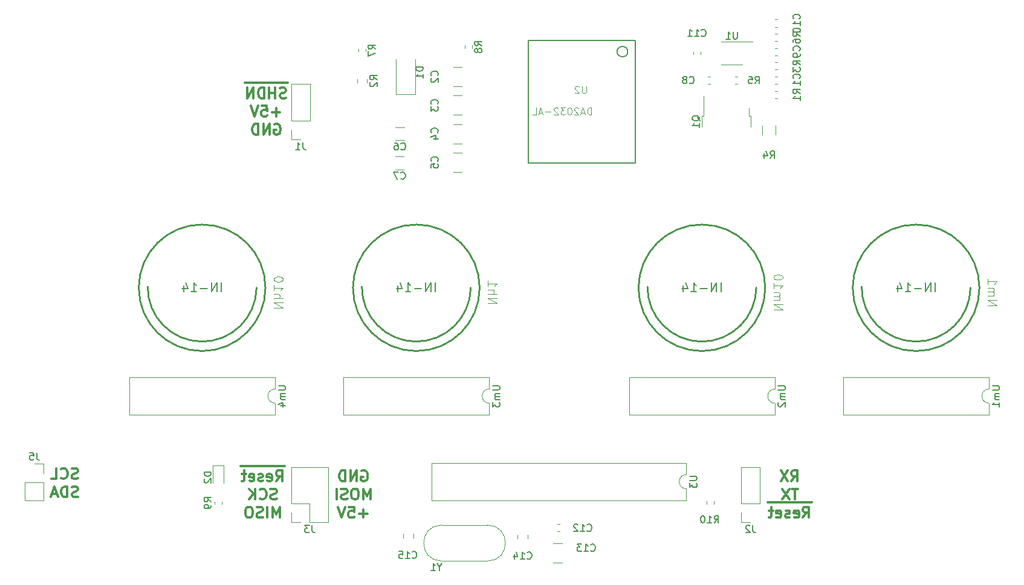
<source format=gbr>
G04 #@! TF.GenerationSoftware,KiCad,Pcbnew,(5.0.2)-1*
G04 #@! TF.CreationDate,2020-02-13T22:52:32+01:00*
G04 #@! TF.ProjectId,Nixie_Clock,4e697869-655f-4436-9c6f-636b2e6b6963,rev?*
G04 #@! TF.SameCoordinates,Original*
G04 #@! TF.FileFunction,Legend,Bot*
G04 #@! TF.FilePolarity,Positive*
%FSLAX46Y46*%
G04 Gerber Fmt 4.6, Leading zero omitted, Abs format (unit mm)*
G04 Created by KiCad (PCBNEW (5.0.2)-1) date 13.02.2020 22:52:32*
%MOMM*%
%LPD*%
G01*
G04 APERTURE LIST*
%ADD10C,0.300000*%
%ADD11C,0.120000*%
%ADD12C,0.254000*%
%ADD13C,0.127000*%
%ADD14C,0.160000*%
%ADD15C,0.150000*%
%ADD16C,0.101600*%
%ADD17C,0.015000*%
G04 APERTURE END LIST*
D10*
X127035714Y-91280000D02*
X125607142Y-91280000D01*
X126750000Y-93357142D02*
X126535714Y-93428571D01*
X126178571Y-93428571D01*
X126035714Y-93357142D01*
X125964285Y-93285714D01*
X125892857Y-93142857D01*
X125892857Y-93000000D01*
X125964285Y-92857142D01*
X126035714Y-92785714D01*
X126178571Y-92714285D01*
X126464285Y-92642857D01*
X126607142Y-92571428D01*
X126678571Y-92500000D01*
X126750000Y-92357142D01*
X126750000Y-92214285D01*
X126678571Y-92071428D01*
X126607142Y-92000000D01*
X126464285Y-91928571D01*
X126107142Y-91928571D01*
X125892857Y-92000000D01*
X125607142Y-91280000D02*
X124035714Y-91280000D01*
X125250000Y-93428571D02*
X125250000Y-91928571D01*
X125250000Y-92642857D02*
X124392857Y-92642857D01*
X124392857Y-93428571D02*
X124392857Y-91928571D01*
X124035714Y-91280000D02*
X122535714Y-91280000D01*
X123678571Y-93428571D02*
X123678571Y-91928571D01*
X123321428Y-91928571D01*
X123107142Y-92000000D01*
X122964285Y-92142857D01*
X122892857Y-92285714D01*
X122821428Y-92571428D01*
X122821428Y-92785714D01*
X122892857Y-93071428D01*
X122964285Y-93214285D01*
X123107142Y-93357142D01*
X123321428Y-93428571D01*
X123678571Y-93428571D01*
X122535714Y-91280000D02*
X120964285Y-91280000D01*
X122178571Y-93428571D02*
X122178571Y-91928571D01*
X121321428Y-93428571D01*
X121321428Y-91928571D01*
X125928571Y-95407142D02*
X124785714Y-95407142D01*
X125357142Y-95978571D02*
X125357142Y-94835714D01*
X123357142Y-94478571D02*
X124071428Y-94478571D01*
X124142857Y-95192857D01*
X124071428Y-95121428D01*
X123928571Y-95050000D01*
X123571428Y-95050000D01*
X123428571Y-95121428D01*
X123357142Y-95192857D01*
X123285714Y-95335714D01*
X123285714Y-95692857D01*
X123357142Y-95835714D01*
X123428571Y-95907142D01*
X123571428Y-95978571D01*
X123928571Y-95978571D01*
X124071428Y-95907142D01*
X124142857Y-95835714D01*
X122857142Y-94478571D02*
X122357142Y-95978571D01*
X121857142Y-94478571D01*
X125142857Y-97100000D02*
X125285714Y-97028571D01*
X125500000Y-97028571D01*
X125714285Y-97100000D01*
X125857142Y-97242857D01*
X125928571Y-97385714D01*
X126000000Y-97671428D01*
X126000000Y-97885714D01*
X125928571Y-98171428D01*
X125857142Y-98314285D01*
X125714285Y-98457142D01*
X125500000Y-98528571D01*
X125357142Y-98528571D01*
X125142857Y-98457142D01*
X125071428Y-98385714D01*
X125071428Y-97885714D01*
X125357142Y-97885714D01*
X124428571Y-98528571D02*
X124428571Y-97028571D01*
X123571428Y-98528571D01*
X123571428Y-97028571D01*
X122857142Y-98528571D02*
X122857142Y-97028571D01*
X122500000Y-97028571D01*
X122285714Y-97100000D01*
X122142857Y-97242857D01*
X122071428Y-97385714D01*
X122000000Y-97671428D01*
X122000000Y-97885714D01*
X122071428Y-98171428D01*
X122142857Y-98314285D01*
X122285714Y-98457142D01*
X122500000Y-98528571D01*
X122857142Y-98528571D01*
X197550000Y-147128571D02*
X198050000Y-146414285D01*
X198407142Y-147128571D02*
X198407142Y-145628571D01*
X197835714Y-145628571D01*
X197692857Y-145700000D01*
X197621428Y-145771428D01*
X197550000Y-145914285D01*
X197550000Y-146128571D01*
X197621428Y-146271428D01*
X197692857Y-146342857D01*
X197835714Y-146414285D01*
X198407142Y-146414285D01*
X197050000Y-145628571D02*
X196050000Y-147128571D01*
X196050000Y-145628571D02*
X197050000Y-147128571D01*
X198442857Y-148178571D02*
X197585714Y-148178571D01*
X198014285Y-149678571D02*
X198014285Y-148178571D01*
X197228571Y-148178571D02*
X196228571Y-149678571D01*
X196228571Y-148178571D02*
X197228571Y-149678571D01*
X200371428Y-150080000D02*
X198871428Y-150080000D01*
X199157142Y-152228571D02*
X199657142Y-151514285D01*
X200014285Y-152228571D02*
X200014285Y-150728571D01*
X199442857Y-150728571D01*
X199300000Y-150800000D01*
X199228571Y-150871428D01*
X199157142Y-151014285D01*
X199157142Y-151228571D01*
X199228571Y-151371428D01*
X199300000Y-151442857D01*
X199442857Y-151514285D01*
X200014285Y-151514285D01*
X198871428Y-150080000D02*
X197585714Y-150080000D01*
X197942857Y-152157142D02*
X198085714Y-152228571D01*
X198371428Y-152228571D01*
X198514285Y-152157142D01*
X198585714Y-152014285D01*
X198585714Y-151442857D01*
X198514285Y-151300000D01*
X198371428Y-151228571D01*
X198085714Y-151228571D01*
X197942857Y-151300000D01*
X197871428Y-151442857D01*
X197871428Y-151585714D01*
X198585714Y-151728571D01*
X197585714Y-150080000D02*
X196371428Y-150080000D01*
X197300000Y-152157142D02*
X197157142Y-152228571D01*
X196871428Y-152228571D01*
X196728571Y-152157142D01*
X196657142Y-152014285D01*
X196657142Y-151942857D01*
X196728571Y-151800000D01*
X196871428Y-151728571D01*
X197085714Y-151728571D01*
X197228571Y-151657142D01*
X197300000Y-151514285D01*
X197300000Y-151442857D01*
X197228571Y-151300000D01*
X197085714Y-151228571D01*
X196871428Y-151228571D01*
X196728571Y-151300000D01*
X196371428Y-150080000D02*
X195085714Y-150080000D01*
X195442857Y-152157142D02*
X195585714Y-152228571D01*
X195871428Y-152228571D01*
X196014285Y-152157142D01*
X196085714Y-152014285D01*
X196085714Y-151442857D01*
X196014285Y-151300000D01*
X195871428Y-151228571D01*
X195585714Y-151228571D01*
X195442857Y-151300000D01*
X195371428Y-151442857D01*
X195371428Y-151585714D01*
X196085714Y-151728571D01*
X195085714Y-150080000D02*
X194228571Y-150080000D01*
X194942857Y-151228571D02*
X194371428Y-151228571D01*
X194728571Y-150728571D02*
X194728571Y-152014285D01*
X194657142Y-152157142D01*
X194514285Y-152228571D01*
X194371428Y-152228571D01*
X126571428Y-144980000D02*
X125071428Y-144980000D01*
X125357142Y-147128571D02*
X125857142Y-146414285D01*
X126214285Y-147128571D02*
X126214285Y-145628571D01*
X125642857Y-145628571D01*
X125500000Y-145700000D01*
X125428571Y-145771428D01*
X125357142Y-145914285D01*
X125357142Y-146128571D01*
X125428571Y-146271428D01*
X125500000Y-146342857D01*
X125642857Y-146414285D01*
X126214285Y-146414285D01*
X125071428Y-144980000D02*
X123785714Y-144980000D01*
X124142857Y-147057142D02*
X124285714Y-147128571D01*
X124571428Y-147128571D01*
X124714285Y-147057142D01*
X124785714Y-146914285D01*
X124785714Y-146342857D01*
X124714285Y-146200000D01*
X124571428Y-146128571D01*
X124285714Y-146128571D01*
X124142857Y-146200000D01*
X124071428Y-146342857D01*
X124071428Y-146485714D01*
X124785714Y-146628571D01*
X123785714Y-144980000D02*
X122571428Y-144980000D01*
X123500000Y-147057142D02*
X123357142Y-147128571D01*
X123071428Y-147128571D01*
X122928571Y-147057142D01*
X122857142Y-146914285D01*
X122857142Y-146842857D01*
X122928571Y-146700000D01*
X123071428Y-146628571D01*
X123285714Y-146628571D01*
X123428571Y-146557142D01*
X123500000Y-146414285D01*
X123500000Y-146342857D01*
X123428571Y-146200000D01*
X123285714Y-146128571D01*
X123071428Y-146128571D01*
X122928571Y-146200000D01*
X122571428Y-144980000D02*
X121285714Y-144980000D01*
X121642857Y-147057142D02*
X121785714Y-147128571D01*
X122071428Y-147128571D01*
X122214285Y-147057142D01*
X122285714Y-146914285D01*
X122285714Y-146342857D01*
X122214285Y-146200000D01*
X122071428Y-146128571D01*
X121785714Y-146128571D01*
X121642857Y-146200000D01*
X121571428Y-146342857D01*
X121571428Y-146485714D01*
X122285714Y-146628571D01*
X121285714Y-144980000D02*
X120428571Y-144980000D01*
X121142857Y-146128571D02*
X120571428Y-146128571D01*
X120928571Y-145628571D02*
X120928571Y-146914285D01*
X120857142Y-147057142D01*
X120714285Y-147128571D01*
X120571428Y-147128571D01*
X125428571Y-149607142D02*
X125214285Y-149678571D01*
X124857142Y-149678571D01*
X124714285Y-149607142D01*
X124642857Y-149535714D01*
X124571428Y-149392857D01*
X124571428Y-149250000D01*
X124642857Y-149107142D01*
X124714285Y-149035714D01*
X124857142Y-148964285D01*
X125142857Y-148892857D01*
X125285714Y-148821428D01*
X125357142Y-148750000D01*
X125428571Y-148607142D01*
X125428571Y-148464285D01*
X125357142Y-148321428D01*
X125285714Y-148250000D01*
X125142857Y-148178571D01*
X124785714Y-148178571D01*
X124571428Y-148250000D01*
X123071428Y-149535714D02*
X123142857Y-149607142D01*
X123357142Y-149678571D01*
X123500000Y-149678571D01*
X123714285Y-149607142D01*
X123857142Y-149464285D01*
X123928571Y-149321428D01*
X124000000Y-149035714D01*
X124000000Y-148821428D01*
X123928571Y-148535714D01*
X123857142Y-148392857D01*
X123714285Y-148250000D01*
X123500000Y-148178571D01*
X123357142Y-148178571D01*
X123142857Y-148250000D01*
X123071428Y-148321428D01*
X122428571Y-149678571D02*
X122428571Y-148178571D01*
X121571428Y-149678571D02*
X122214285Y-148821428D01*
X121571428Y-148178571D02*
X122428571Y-149035714D01*
X125857142Y-152228571D02*
X125857142Y-150728571D01*
X125357142Y-151800000D01*
X124857142Y-150728571D01*
X124857142Y-152228571D01*
X124142857Y-152228571D02*
X124142857Y-150728571D01*
X123500000Y-152157142D02*
X123285714Y-152228571D01*
X122928571Y-152228571D01*
X122785714Y-152157142D01*
X122714285Y-152085714D01*
X122642857Y-151942857D01*
X122642857Y-151800000D01*
X122714285Y-151657142D01*
X122785714Y-151585714D01*
X122928571Y-151514285D01*
X123214285Y-151442857D01*
X123357142Y-151371428D01*
X123428571Y-151300000D01*
X123500000Y-151157142D01*
X123500000Y-151014285D01*
X123428571Y-150871428D01*
X123357142Y-150800000D01*
X123214285Y-150728571D01*
X122857142Y-150728571D01*
X122642857Y-150800000D01*
X121714285Y-150728571D02*
X121428571Y-150728571D01*
X121285714Y-150800000D01*
X121142857Y-150942857D01*
X121071428Y-151228571D01*
X121071428Y-151728571D01*
X121142857Y-152014285D01*
X121285714Y-152157142D01*
X121428571Y-152228571D01*
X121714285Y-152228571D01*
X121857142Y-152157142D01*
X122000000Y-152014285D01*
X122071428Y-151728571D01*
X122071428Y-151228571D01*
X122000000Y-150942857D01*
X121857142Y-150800000D01*
X121714285Y-150728571D01*
X137342857Y-145700000D02*
X137485714Y-145628571D01*
X137700000Y-145628571D01*
X137914285Y-145700000D01*
X138057142Y-145842857D01*
X138128571Y-145985714D01*
X138200000Y-146271428D01*
X138200000Y-146485714D01*
X138128571Y-146771428D01*
X138057142Y-146914285D01*
X137914285Y-147057142D01*
X137700000Y-147128571D01*
X137557142Y-147128571D01*
X137342857Y-147057142D01*
X137271428Y-146985714D01*
X137271428Y-146485714D01*
X137557142Y-146485714D01*
X136628571Y-147128571D02*
X136628571Y-145628571D01*
X135771428Y-147128571D01*
X135771428Y-145628571D01*
X135057142Y-147128571D02*
X135057142Y-145628571D01*
X134700000Y-145628571D01*
X134485714Y-145700000D01*
X134342857Y-145842857D01*
X134271428Y-145985714D01*
X134200000Y-146271428D01*
X134200000Y-146485714D01*
X134271428Y-146771428D01*
X134342857Y-146914285D01*
X134485714Y-147057142D01*
X134700000Y-147128571D01*
X135057142Y-147128571D01*
X138557142Y-149678571D02*
X138557142Y-148178571D01*
X138057142Y-149250000D01*
X137557142Y-148178571D01*
X137557142Y-149678571D01*
X136557142Y-148178571D02*
X136271428Y-148178571D01*
X136128571Y-148250000D01*
X135985714Y-148392857D01*
X135914285Y-148678571D01*
X135914285Y-149178571D01*
X135985714Y-149464285D01*
X136128571Y-149607142D01*
X136271428Y-149678571D01*
X136557142Y-149678571D01*
X136700000Y-149607142D01*
X136842857Y-149464285D01*
X136914285Y-149178571D01*
X136914285Y-148678571D01*
X136842857Y-148392857D01*
X136700000Y-148250000D01*
X136557142Y-148178571D01*
X135342857Y-149607142D02*
X135128571Y-149678571D01*
X134771428Y-149678571D01*
X134628571Y-149607142D01*
X134557142Y-149535714D01*
X134485714Y-149392857D01*
X134485714Y-149250000D01*
X134557142Y-149107142D01*
X134628571Y-149035714D01*
X134771428Y-148964285D01*
X135057142Y-148892857D01*
X135200000Y-148821428D01*
X135271428Y-148750000D01*
X135342857Y-148607142D01*
X135342857Y-148464285D01*
X135271428Y-148321428D01*
X135200000Y-148250000D01*
X135057142Y-148178571D01*
X134700000Y-148178571D01*
X134485714Y-148250000D01*
X133842857Y-149678571D02*
X133842857Y-148178571D01*
X138128571Y-151657142D02*
X136985714Y-151657142D01*
X137557142Y-152228571D02*
X137557142Y-151085714D01*
X135557142Y-150728571D02*
X136271428Y-150728571D01*
X136342857Y-151442857D01*
X136271428Y-151371428D01*
X136128571Y-151300000D01*
X135771428Y-151300000D01*
X135628571Y-151371428D01*
X135557142Y-151442857D01*
X135485714Y-151585714D01*
X135485714Y-151942857D01*
X135557142Y-152085714D01*
X135628571Y-152157142D01*
X135771428Y-152228571D01*
X136128571Y-152228571D01*
X136271428Y-152157142D01*
X136342857Y-152085714D01*
X135057142Y-150728571D02*
X134557142Y-152228571D01*
X134057142Y-150728571D01*
X97585714Y-146732142D02*
X97371428Y-146803571D01*
X97014285Y-146803571D01*
X96871428Y-146732142D01*
X96800000Y-146660714D01*
X96728571Y-146517857D01*
X96728571Y-146375000D01*
X96800000Y-146232142D01*
X96871428Y-146160714D01*
X97014285Y-146089285D01*
X97300000Y-146017857D01*
X97442857Y-145946428D01*
X97514285Y-145875000D01*
X97585714Y-145732142D01*
X97585714Y-145589285D01*
X97514285Y-145446428D01*
X97442857Y-145375000D01*
X97300000Y-145303571D01*
X96942857Y-145303571D01*
X96728571Y-145375000D01*
X95228571Y-146660714D02*
X95300000Y-146732142D01*
X95514285Y-146803571D01*
X95657142Y-146803571D01*
X95871428Y-146732142D01*
X96014285Y-146589285D01*
X96085714Y-146446428D01*
X96157142Y-146160714D01*
X96157142Y-145946428D01*
X96085714Y-145660714D01*
X96014285Y-145517857D01*
X95871428Y-145375000D01*
X95657142Y-145303571D01*
X95514285Y-145303571D01*
X95300000Y-145375000D01*
X95228571Y-145446428D01*
X93871428Y-146803571D02*
X94585714Y-146803571D01*
X94585714Y-145303571D01*
X97621428Y-149282142D02*
X97407142Y-149353571D01*
X97050000Y-149353571D01*
X96907142Y-149282142D01*
X96835714Y-149210714D01*
X96764285Y-149067857D01*
X96764285Y-148925000D01*
X96835714Y-148782142D01*
X96907142Y-148710714D01*
X97050000Y-148639285D01*
X97335714Y-148567857D01*
X97478571Y-148496428D01*
X97550000Y-148425000D01*
X97621428Y-148282142D01*
X97621428Y-148139285D01*
X97550000Y-147996428D01*
X97478571Y-147925000D01*
X97335714Y-147853571D01*
X96978571Y-147853571D01*
X96764285Y-147925000D01*
X96121428Y-149353571D02*
X96121428Y-147853571D01*
X95764285Y-147853571D01*
X95550000Y-147925000D01*
X95407142Y-148067857D01*
X95335714Y-148210714D01*
X95264285Y-148496428D01*
X95264285Y-148710714D01*
X95335714Y-148996428D01*
X95407142Y-149139285D01*
X95550000Y-149282142D01*
X95764285Y-149353571D01*
X96121428Y-149353571D01*
X94692857Y-148925000D02*
X93978571Y-148925000D01*
X94835714Y-149353571D02*
X94335714Y-147853571D01*
X93835714Y-149353571D01*
D11*
G04 #@! TO.C,C1*
X195203733Y-90390000D02*
X195546267Y-90390000D01*
X195203733Y-91410000D02*
X195546267Y-91410000D01*
G04 #@! TO.C,C2*
X151402064Y-91760000D02*
X150197936Y-91760000D01*
X151402064Y-89040000D02*
X150197936Y-89040000D01*
G04 #@! TO.C,C3*
X151402064Y-93040000D02*
X150197936Y-93040000D01*
X151402064Y-95760000D02*
X150197936Y-95760000D01*
G04 #@! TO.C,C4*
X151402064Y-99760000D02*
X150197936Y-99760000D01*
X151402064Y-97040000D02*
X150197936Y-97040000D01*
G04 #@! TO.C,C5*
X151402064Y-101040000D02*
X150197936Y-101040000D01*
X151402064Y-103760000D02*
X150197936Y-103760000D01*
G04 #@! TO.C,C6*
X142097936Y-97490000D02*
X143302064Y-97490000D01*
X142097936Y-99310000D02*
X143302064Y-99310000D01*
G04 #@! TO.C,C7*
X142084673Y-103400825D02*
X143288801Y-103400825D01*
X142084673Y-101580825D02*
X143288801Y-101580825D01*
G04 #@! TO.C,C8*
X186171267Y-90390000D02*
X185828733Y-90390000D01*
X186171267Y-91410000D02*
X185828733Y-91410000D01*
G04 #@! TO.C,C9*
X195203733Y-87410000D02*
X195546267Y-87410000D01*
X195203733Y-86390000D02*
X195546267Y-86390000D01*
G04 #@! TO.C,C10*
X195203733Y-82390000D02*
X195546267Y-82390000D01*
X195203733Y-83410000D02*
X195546267Y-83410000D01*
G04 #@! TO.C,C11*
X184810000Y-86928733D02*
X184810000Y-87271267D01*
X183790000Y-86928733D02*
X183790000Y-87271267D01*
G04 #@! TO.C,C12*
X165071267Y-153090000D02*
X164728733Y-153090000D01*
X165071267Y-154110000D02*
X164728733Y-154110000D01*
G04 #@! TO.C,C13*
X165402064Y-155840000D02*
X164197936Y-155840000D01*
X165402064Y-158560000D02*
X164197936Y-158560000D01*
G04 #@! TO.C,C14*
X159190000Y-155136252D02*
X159190000Y-154613748D01*
X160610000Y-155136252D02*
X160610000Y-154613748D01*
G04 #@! TO.C,C15*
X143190000Y-154513748D02*
X143190000Y-155036252D01*
X144610000Y-154513748D02*
X144610000Y-155036252D01*
G04 #@! TO.C,D1*
X144860000Y-92880000D02*
X142140000Y-92880000D01*
X142140000Y-92880000D02*
X142140000Y-87900000D01*
X144860000Y-92880000D02*
X144860000Y-87900000D01*
G04 #@! TO.C,D2*
X116518856Y-147370153D02*
X116518856Y-144910153D01*
X116518856Y-144910153D02*
X117988856Y-144910153D01*
X117988856Y-144910153D02*
X117988856Y-147370153D01*
G04 #@! TO.C,J1*
X127470000Y-99170000D02*
X128800000Y-99170000D01*
X127470000Y-97840000D02*
X127470000Y-99170000D01*
X127470000Y-96570000D02*
X130130000Y-96570000D01*
X130130000Y-96570000D02*
X130130000Y-91430000D01*
X127470000Y-96570000D02*
X127470000Y-91430000D01*
X127470000Y-91430000D02*
X130130000Y-91430000D01*
G04 #@! TO.C,J2*
X190470000Y-145130000D02*
X193130000Y-145130000D01*
X190470000Y-150270000D02*
X190470000Y-145130000D01*
X193130000Y-150270000D02*
X193130000Y-145130000D01*
X190470000Y-150270000D02*
X193130000Y-150270000D01*
X190470000Y-151540000D02*
X190470000Y-152870000D01*
X190470000Y-152870000D02*
X191800000Y-152870000D01*
G04 #@! TO.C,J3*
X127470000Y-145130000D02*
X132670000Y-145130000D01*
X127470000Y-150270000D02*
X127470000Y-145130000D01*
X132670000Y-152870000D02*
X132670000Y-145130000D01*
X127470000Y-150270000D02*
X130070000Y-150270000D01*
X130070000Y-150270000D02*
X130070000Y-152870000D01*
X130070000Y-152870000D02*
X132670000Y-152870000D01*
X127470000Y-151540000D02*
X127470000Y-152870000D01*
X127470000Y-152870000D02*
X128800000Y-152870000D01*
G04 #@! TO.C,J5*
X92830000Y-149870000D02*
X90170000Y-149870000D01*
X92830000Y-147270000D02*
X92830000Y-149870000D01*
X90170000Y-147270000D02*
X90170000Y-149870000D01*
X92830000Y-147270000D02*
X90170000Y-147270000D01*
X92830000Y-146000000D02*
X92830000Y-144670000D01*
X92830000Y-144670000D02*
X91500000Y-144670000D01*
D12*
G04 #@! TO.C,Nh1*
X152620000Y-120000000D02*
G75*
G02X137380000Y-119842520I-7620000J78740D01*
G01*
X153872220Y-120000000D02*
G75*
G03X153872220Y-120000000I-8872220J0D01*
G01*
G04 #@! TO.C,Nh10*
X123872220Y-120000000D02*
G75*
G03X123872220Y-120000000I-8872220J0D01*
G01*
X122620000Y-120000000D02*
G75*
G02X107380000Y-119842520I-7620000J78740D01*
G01*
G04 #@! TO.C,Nm1*
X222620000Y-120000000D02*
G75*
G02X207380000Y-119842520I-7620000J78740D01*
G01*
X223872220Y-120000000D02*
G75*
G03X223872220Y-120000000I-8872220J0D01*
G01*
G04 #@! TO.C,Nm10*
X193872220Y-120000000D02*
G75*
G03X193872220Y-120000000I-8872220J0D01*
G01*
X192620000Y-120000000D02*
G75*
G02X177380000Y-119842520I-7620000J78740D01*
G01*
D11*
G04 #@! TO.C,Q1*
X184950000Y-97430000D02*
X184950000Y-95930000D01*
X184950000Y-95930000D02*
X185220000Y-95930000D01*
X185220000Y-95930000D02*
X185220000Y-93100000D01*
X191850000Y-97430000D02*
X191850000Y-95930000D01*
X191850000Y-95930000D02*
X191580000Y-95930000D01*
X191580000Y-95930000D02*
X191580000Y-94830000D01*
G04 #@! TO.C,R1*
X195203733Y-92390000D02*
X195546267Y-92390000D01*
X195203733Y-93410000D02*
X195546267Y-93410000D01*
G04 #@! TO.C,R2*
X138110000Y-91236252D02*
X138110000Y-90713748D01*
X136690000Y-91236252D02*
X136690000Y-90713748D01*
G04 #@! TO.C,R3*
X195203733Y-88390000D02*
X195546267Y-88390000D01*
X195203733Y-89410000D02*
X195546267Y-89410000D01*
G04 #@! TO.C,R4*
X193490000Y-97285436D02*
X193490000Y-98489564D01*
X195310000Y-97285436D02*
X195310000Y-98489564D01*
G04 #@! TO.C,R5*
X189971267Y-90390000D02*
X189628733Y-90390000D01*
X189971267Y-91410000D02*
X189628733Y-91410000D01*
G04 #@! TO.C,R6*
X195203733Y-85410000D02*
X195546267Y-85410000D01*
X195203733Y-84390000D02*
X195546267Y-84390000D01*
G04 #@! TO.C,R7*
X137910000Y-86871267D02*
X137910000Y-86528733D01*
X136890000Y-86871267D02*
X136890000Y-86528733D01*
G04 #@! TO.C,R8*
X151790000Y-86371267D02*
X151790000Y-86028733D01*
X152810000Y-86371267D02*
X152810000Y-86028733D01*
G04 #@! TO.C,R9*
X116743856Y-149998886D02*
X116743856Y-150341420D01*
X117763856Y-149998886D02*
X117763856Y-150341420D01*
G04 #@! TO.C,R10*
X186710000Y-149953733D02*
X186710000Y-150296267D01*
X185690000Y-149953733D02*
X185690000Y-150296267D01*
G04 #@! TO.C,U1*
X189200000Y-85490000D02*
X192075000Y-85490000D01*
X189200000Y-85490000D02*
X187700000Y-85490000D01*
X189200000Y-88710000D02*
X190700000Y-88710000D01*
X189200000Y-88710000D02*
X187700000Y-88710000D01*
D13*
G04 #@! TO.C,U2*
X175700000Y-85300000D02*
X160700000Y-85300000D01*
X160700000Y-85300000D02*
X160700000Y-102500000D01*
X160700000Y-102500000D02*
X175700000Y-102500000D01*
X175700000Y-102500000D02*
X175700000Y-85300000D01*
D14*
X174616300Y-86880000D02*
G75*
G03X174616300Y-86880000I-746300J0D01*
G01*
D11*
G04 #@! TO.C,U3*
X182830000Y-146190000D02*
G75*
G03X182830000Y-148190000I0J-1000000D01*
G01*
X182830000Y-148190000D02*
X182830000Y-149840000D01*
X182830000Y-149840000D02*
X147150000Y-149840000D01*
X147150000Y-149840000D02*
X147150000Y-144540000D01*
X147150000Y-144540000D02*
X182830000Y-144540000D01*
X182830000Y-144540000D02*
X182830000Y-146190000D01*
G04 #@! TO.C,Um1*
X225230000Y-132540000D02*
X225230000Y-134190000D01*
X204790000Y-132540000D02*
X225230000Y-132540000D01*
X204790000Y-137840000D02*
X204790000Y-132540000D01*
X225230000Y-137840000D02*
X204790000Y-137840000D01*
X225230000Y-136190000D02*
X225230000Y-137840000D01*
X225230000Y-134190000D02*
G75*
G03X225230000Y-136190000I0J-1000000D01*
G01*
G04 #@! TO.C,Um2*
X195230000Y-134190000D02*
G75*
G03X195230000Y-136190000I0J-1000000D01*
G01*
X195230000Y-136190000D02*
X195230000Y-137840000D01*
X195230000Y-137840000D02*
X174790000Y-137840000D01*
X174790000Y-137840000D02*
X174790000Y-132540000D01*
X174790000Y-132540000D02*
X195230000Y-132540000D01*
X195230000Y-132540000D02*
X195230000Y-134190000D01*
G04 #@! TO.C,Um3*
X155230000Y-132540000D02*
X155230000Y-134190000D01*
X134790000Y-132540000D02*
X155230000Y-132540000D01*
X134790000Y-137840000D02*
X134790000Y-132540000D01*
X155230000Y-137840000D02*
X134790000Y-137840000D01*
X155230000Y-136190000D02*
X155230000Y-137840000D01*
X155230000Y-134190000D02*
G75*
G03X155230000Y-136190000I0J-1000000D01*
G01*
G04 #@! TO.C,Um4*
X125230000Y-134190000D02*
G75*
G03X125230000Y-136190000I0J-1000000D01*
G01*
X125230000Y-136190000D02*
X125230000Y-137840000D01*
X125230000Y-137840000D02*
X104790000Y-137840000D01*
X104790000Y-137840000D02*
X104790000Y-132540000D01*
X104790000Y-132540000D02*
X125230000Y-132540000D01*
X125230000Y-132540000D02*
X125230000Y-134190000D01*
G04 #@! TO.C,Y1*
X154960000Y-153275000D02*
X148560000Y-153275000D01*
X154960000Y-158325000D02*
X148560000Y-158325000D01*
X154960000Y-158325000D02*
G75*
G03X154960000Y-153275000I0J2525000D01*
G01*
X148560000Y-158325000D02*
G75*
G02X148560000Y-153275000I0J2525000D01*
G01*
G04 #@! TO.C,C1*
D15*
X198657142Y-90633333D02*
X198704761Y-90585714D01*
X198752380Y-90442857D01*
X198752380Y-90347619D01*
X198704761Y-90204761D01*
X198609523Y-90109523D01*
X198514285Y-90061904D01*
X198323809Y-90014285D01*
X198180952Y-90014285D01*
X197990476Y-90061904D01*
X197895238Y-90109523D01*
X197800000Y-90204761D01*
X197752380Y-90347619D01*
X197752380Y-90442857D01*
X197800000Y-90585714D01*
X197847619Y-90633333D01*
X198752380Y-91585714D02*
X198752380Y-91014285D01*
X198752380Y-91300000D02*
X197752380Y-91300000D01*
X197895238Y-91204761D01*
X197990476Y-91109523D01*
X198038095Y-91014285D01*
G04 #@! TO.C,C2*
X147957142Y-90233333D02*
X148004761Y-90185714D01*
X148052380Y-90042857D01*
X148052380Y-89947619D01*
X148004761Y-89804761D01*
X147909523Y-89709523D01*
X147814285Y-89661904D01*
X147623809Y-89614285D01*
X147480952Y-89614285D01*
X147290476Y-89661904D01*
X147195238Y-89709523D01*
X147100000Y-89804761D01*
X147052380Y-89947619D01*
X147052380Y-90042857D01*
X147100000Y-90185714D01*
X147147619Y-90233333D01*
X147147619Y-90614285D02*
X147100000Y-90661904D01*
X147052380Y-90757142D01*
X147052380Y-90995238D01*
X147100000Y-91090476D01*
X147147619Y-91138095D01*
X147242857Y-91185714D01*
X147338095Y-91185714D01*
X147480952Y-91138095D01*
X148052380Y-90566666D01*
X148052380Y-91185714D01*
G04 #@! TO.C,C3*
X147957142Y-94233333D02*
X148004761Y-94185714D01*
X148052380Y-94042857D01*
X148052380Y-93947619D01*
X148004761Y-93804761D01*
X147909523Y-93709523D01*
X147814285Y-93661904D01*
X147623809Y-93614285D01*
X147480952Y-93614285D01*
X147290476Y-93661904D01*
X147195238Y-93709523D01*
X147100000Y-93804761D01*
X147052380Y-93947619D01*
X147052380Y-94042857D01*
X147100000Y-94185714D01*
X147147619Y-94233333D01*
X147052380Y-94566666D02*
X147052380Y-95185714D01*
X147433333Y-94852380D01*
X147433333Y-94995238D01*
X147480952Y-95090476D01*
X147528571Y-95138095D01*
X147623809Y-95185714D01*
X147861904Y-95185714D01*
X147957142Y-95138095D01*
X148004761Y-95090476D01*
X148052380Y-94995238D01*
X148052380Y-94709523D01*
X148004761Y-94614285D01*
X147957142Y-94566666D01*
G04 #@! TO.C,C4*
X147957142Y-98233333D02*
X148004761Y-98185714D01*
X148052380Y-98042857D01*
X148052380Y-97947619D01*
X148004761Y-97804761D01*
X147909523Y-97709523D01*
X147814285Y-97661904D01*
X147623809Y-97614285D01*
X147480952Y-97614285D01*
X147290476Y-97661904D01*
X147195238Y-97709523D01*
X147100000Y-97804761D01*
X147052380Y-97947619D01*
X147052380Y-98042857D01*
X147100000Y-98185714D01*
X147147619Y-98233333D01*
X147385714Y-99090476D02*
X148052380Y-99090476D01*
X147004761Y-98852380D02*
X147719047Y-98614285D01*
X147719047Y-99233333D01*
G04 #@! TO.C,C5*
X147957142Y-102233333D02*
X148004761Y-102185714D01*
X148052380Y-102042857D01*
X148052380Y-101947619D01*
X148004761Y-101804761D01*
X147909523Y-101709523D01*
X147814285Y-101661904D01*
X147623809Y-101614285D01*
X147480952Y-101614285D01*
X147290476Y-101661904D01*
X147195238Y-101709523D01*
X147100000Y-101804761D01*
X147052380Y-101947619D01*
X147052380Y-102042857D01*
X147100000Y-102185714D01*
X147147619Y-102233333D01*
X147052380Y-103138095D02*
X147052380Y-102661904D01*
X147528571Y-102614285D01*
X147480952Y-102661904D01*
X147433333Y-102757142D01*
X147433333Y-102995238D01*
X147480952Y-103090476D01*
X147528571Y-103138095D01*
X147623809Y-103185714D01*
X147861904Y-103185714D01*
X147957142Y-103138095D01*
X148004761Y-103090476D01*
X148052380Y-102995238D01*
X148052380Y-102757142D01*
X148004761Y-102661904D01*
X147957142Y-102614285D01*
G04 #@! TO.C,C6*
X142866666Y-100577142D02*
X142914285Y-100624761D01*
X143057142Y-100672380D01*
X143152380Y-100672380D01*
X143295238Y-100624761D01*
X143390476Y-100529523D01*
X143438095Y-100434285D01*
X143485714Y-100243809D01*
X143485714Y-100100952D01*
X143438095Y-99910476D01*
X143390476Y-99815238D01*
X143295238Y-99720000D01*
X143152380Y-99672380D01*
X143057142Y-99672380D01*
X142914285Y-99720000D01*
X142866666Y-99767619D01*
X142009523Y-99672380D02*
X142200000Y-99672380D01*
X142295238Y-99720000D01*
X142342857Y-99767619D01*
X142438095Y-99910476D01*
X142485714Y-100100952D01*
X142485714Y-100481904D01*
X142438095Y-100577142D01*
X142390476Y-100624761D01*
X142295238Y-100672380D01*
X142104761Y-100672380D01*
X142009523Y-100624761D01*
X141961904Y-100577142D01*
X141914285Y-100481904D01*
X141914285Y-100243809D01*
X141961904Y-100148571D01*
X142009523Y-100100952D01*
X142104761Y-100053333D01*
X142295238Y-100053333D01*
X142390476Y-100100952D01*
X142438095Y-100148571D01*
X142485714Y-100243809D01*
G04 #@! TO.C,C7*
X142853403Y-104667967D02*
X142901022Y-104715586D01*
X143043879Y-104763205D01*
X143139117Y-104763205D01*
X143281975Y-104715586D01*
X143377213Y-104620348D01*
X143424832Y-104525110D01*
X143472451Y-104334634D01*
X143472451Y-104191777D01*
X143424832Y-104001301D01*
X143377213Y-103906063D01*
X143281975Y-103810825D01*
X143139117Y-103763205D01*
X143043879Y-103763205D01*
X142901022Y-103810825D01*
X142853403Y-103858444D01*
X142520070Y-103763205D02*
X141853403Y-103763205D01*
X142281975Y-104763205D01*
G04 #@! TO.C,C8*
X183266666Y-91257142D02*
X183314285Y-91304761D01*
X183457142Y-91352380D01*
X183552380Y-91352380D01*
X183695238Y-91304761D01*
X183790476Y-91209523D01*
X183838095Y-91114285D01*
X183885714Y-90923809D01*
X183885714Y-90780952D01*
X183838095Y-90590476D01*
X183790476Y-90495238D01*
X183695238Y-90400000D01*
X183552380Y-90352380D01*
X183457142Y-90352380D01*
X183314285Y-90400000D01*
X183266666Y-90447619D01*
X182695238Y-90780952D02*
X182790476Y-90733333D01*
X182838095Y-90685714D01*
X182885714Y-90590476D01*
X182885714Y-90542857D01*
X182838095Y-90447619D01*
X182790476Y-90400000D01*
X182695238Y-90352380D01*
X182504761Y-90352380D01*
X182409523Y-90400000D01*
X182361904Y-90447619D01*
X182314285Y-90542857D01*
X182314285Y-90590476D01*
X182361904Y-90685714D01*
X182409523Y-90733333D01*
X182504761Y-90780952D01*
X182695238Y-90780952D01*
X182790476Y-90828571D01*
X182838095Y-90876190D01*
X182885714Y-90971428D01*
X182885714Y-91161904D01*
X182838095Y-91257142D01*
X182790476Y-91304761D01*
X182695238Y-91352380D01*
X182504761Y-91352380D01*
X182409523Y-91304761D01*
X182361904Y-91257142D01*
X182314285Y-91161904D01*
X182314285Y-90971428D01*
X182361904Y-90876190D01*
X182409523Y-90828571D01*
X182504761Y-90780952D01*
G04 #@! TO.C,C9*
X198657142Y-86733333D02*
X198704761Y-86685714D01*
X198752380Y-86542857D01*
X198752380Y-86447619D01*
X198704761Y-86304761D01*
X198609523Y-86209523D01*
X198514285Y-86161904D01*
X198323809Y-86114285D01*
X198180952Y-86114285D01*
X197990476Y-86161904D01*
X197895238Y-86209523D01*
X197800000Y-86304761D01*
X197752380Y-86447619D01*
X197752380Y-86542857D01*
X197800000Y-86685714D01*
X197847619Y-86733333D01*
X198752380Y-87209523D02*
X198752380Y-87400000D01*
X198704761Y-87495238D01*
X198657142Y-87542857D01*
X198514285Y-87638095D01*
X198323809Y-87685714D01*
X197942857Y-87685714D01*
X197847619Y-87638095D01*
X197800000Y-87590476D01*
X197752380Y-87495238D01*
X197752380Y-87304761D01*
X197800000Y-87209523D01*
X197847619Y-87161904D01*
X197942857Y-87114285D01*
X198180952Y-87114285D01*
X198276190Y-87161904D01*
X198323809Y-87209523D01*
X198371428Y-87304761D01*
X198371428Y-87495238D01*
X198323809Y-87590476D01*
X198276190Y-87638095D01*
X198180952Y-87685714D01*
G04 #@! TO.C,C10*
X198657142Y-82257142D02*
X198704761Y-82209523D01*
X198752380Y-82066666D01*
X198752380Y-81971428D01*
X198704761Y-81828571D01*
X198609523Y-81733333D01*
X198514285Y-81685714D01*
X198323809Y-81638095D01*
X198180952Y-81638095D01*
X197990476Y-81685714D01*
X197895238Y-81733333D01*
X197800000Y-81828571D01*
X197752380Y-81971428D01*
X197752380Y-82066666D01*
X197800000Y-82209523D01*
X197847619Y-82257142D01*
X198752380Y-83209523D02*
X198752380Y-82638095D01*
X198752380Y-82923809D02*
X197752380Y-82923809D01*
X197895238Y-82828571D01*
X197990476Y-82733333D01*
X198038095Y-82638095D01*
X197752380Y-83828571D02*
X197752380Y-83923809D01*
X197800000Y-84019047D01*
X197847619Y-84066666D01*
X197942857Y-84114285D01*
X198133333Y-84161904D01*
X198371428Y-84161904D01*
X198561904Y-84114285D01*
X198657142Y-84066666D01*
X198704761Y-84019047D01*
X198752380Y-83923809D01*
X198752380Y-83828571D01*
X198704761Y-83733333D01*
X198657142Y-83685714D01*
X198561904Y-83638095D01*
X198371428Y-83590476D01*
X198133333Y-83590476D01*
X197942857Y-83638095D01*
X197847619Y-83685714D01*
X197800000Y-83733333D01*
X197752380Y-83828571D01*
G04 #@! TO.C,C11*
X184942857Y-84657142D02*
X184990476Y-84704761D01*
X185133333Y-84752380D01*
X185228571Y-84752380D01*
X185371428Y-84704761D01*
X185466666Y-84609523D01*
X185514285Y-84514285D01*
X185561904Y-84323809D01*
X185561904Y-84180952D01*
X185514285Y-83990476D01*
X185466666Y-83895238D01*
X185371428Y-83800000D01*
X185228571Y-83752380D01*
X185133333Y-83752380D01*
X184990476Y-83800000D01*
X184942857Y-83847619D01*
X183990476Y-84752380D02*
X184561904Y-84752380D01*
X184276190Y-84752380D02*
X184276190Y-83752380D01*
X184371428Y-83895238D01*
X184466666Y-83990476D01*
X184561904Y-84038095D01*
X183038095Y-84752380D02*
X183609523Y-84752380D01*
X183323809Y-84752380D02*
X183323809Y-83752380D01*
X183419047Y-83895238D01*
X183514285Y-83990476D01*
X183609523Y-84038095D01*
G04 #@! TO.C,C12*
X168942857Y-154057142D02*
X168990476Y-154104761D01*
X169133333Y-154152380D01*
X169228571Y-154152380D01*
X169371428Y-154104761D01*
X169466666Y-154009523D01*
X169514285Y-153914285D01*
X169561904Y-153723809D01*
X169561904Y-153580952D01*
X169514285Y-153390476D01*
X169466666Y-153295238D01*
X169371428Y-153200000D01*
X169228571Y-153152380D01*
X169133333Y-153152380D01*
X168990476Y-153200000D01*
X168942857Y-153247619D01*
X167990476Y-154152380D02*
X168561904Y-154152380D01*
X168276190Y-154152380D02*
X168276190Y-153152380D01*
X168371428Y-153295238D01*
X168466666Y-153390476D01*
X168561904Y-153438095D01*
X167609523Y-153247619D02*
X167561904Y-153200000D01*
X167466666Y-153152380D01*
X167228571Y-153152380D01*
X167133333Y-153200000D01*
X167085714Y-153247619D01*
X167038095Y-153342857D01*
X167038095Y-153438095D01*
X167085714Y-153580952D01*
X167657142Y-154152380D01*
X167038095Y-154152380D01*
G04 #@! TO.C,C13*
X169442857Y-156857142D02*
X169490476Y-156904761D01*
X169633333Y-156952380D01*
X169728571Y-156952380D01*
X169871428Y-156904761D01*
X169966666Y-156809523D01*
X170014285Y-156714285D01*
X170061904Y-156523809D01*
X170061904Y-156380952D01*
X170014285Y-156190476D01*
X169966666Y-156095238D01*
X169871428Y-156000000D01*
X169728571Y-155952380D01*
X169633333Y-155952380D01*
X169490476Y-156000000D01*
X169442857Y-156047619D01*
X168490476Y-156952380D02*
X169061904Y-156952380D01*
X168776190Y-156952380D02*
X168776190Y-155952380D01*
X168871428Y-156095238D01*
X168966666Y-156190476D01*
X169061904Y-156238095D01*
X168157142Y-155952380D02*
X167538095Y-155952380D01*
X167871428Y-156333333D01*
X167728571Y-156333333D01*
X167633333Y-156380952D01*
X167585714Y-156428571D01*
X167538095Y-156523809D01*
X167538095Y-156761904D01*
X167585714Y-156857142D01*
X167633333Y-156904761D01*
X167728571Y-156952380D01*
X168014285Y-156952380D01*
X168109523Y-156904761D01*
X168157142Y-156857142D01*
G04 #@! TO.C,C14*
X160542857Y-157957142D02*
X160590476Y-158004761D01*
X160733333Y-158052380D01*
X160828571Y-158052380D01*
X160971428Y-158004761D01*
X161066666Y-157909523D01*
X161114285Y-157814285D01*
X161161904Y-157623809D01*
X161161904Y-157480952D01*
X161114285Y-157290476D01*
X161066666Y-157195238D01*
X160971428Y-157100000D01*
X160828571Y-157052380D01*
X160733333Y-157052380D01*
X160590476Y-157100000D01*
X160542857Y-157147619D01*
X159590476Y-158052380D02*
X160161904Y-158052380D01*
X159876190Y-158052380D02*
X159876190Y-157052380D01*
X159971428Y-157195238D01*
X160066666Y-157290476D01*
X160161904Y-157338095D01*
X158733333Y-157385714D02*
X158733333Y-158052380D01*
X158971428Y-157004761D02*
X159209523Y-157719047D01*
X158590476Y-157719047D01*
G04 #@! TO.C,C15*
X144442857Y-157857142D02*
X144490476Y-157904761D01*
X144633333Y-157952380D01*
X144728571Y-157952380D01*
X144871428Y-157904761D01*
X144966666Y-157809523D01*
X145014285Y-157714285D01*
X145061904Y-157523809D01*
X145061904Y-157380952D01*
X145014285Y-157190476D01*
X144966666Y-157095238D01*
X144871428Y-157000000D01*
X144728571Y-156952380D01*
X144633333Y-156952380D01*
X144490476Y-157000000D01*
X144442857Y-157047619D01*
X143490476Y-157952380D02*
X144061904Y-157952380D01*
X143776190Y-157952380D02*
X143776190Y-156952380D01*
X143871428Y-157095238D01*
X143966666Y-157190476D01*
X144061904Y-157238095D01*
X142585714Y-156952380D02*
X143061904Y-156952380D01*
X143109523Y-157428571D01*
X143061904Y-157380952D01*
X142966666Y-157333333D01*
X142728571Y-157333333D01*
X142633333Y-157380952D01*
X142585714Y-157428571D01*
X142538095Y-157523809D01*
X142538095Y-157761904D01*
X142585714Y-157857142D01*
X142633333Y-157904761D01*
X142728571Y-157952380D01*
X142966666Y-157952380D01*
X143061904Y-157904761D01*
X143109523Y-157857142D01*
G04 #@! TO.C,D1*
X145952380Y-89061904D02*
X144952380Y-89061904D01*
X144952380Y-89300000D01*
X145000000Y-89442857D01*
X145095238Y-89538095D01*
X145190476Y-89585714D01*
X145380952Y-89633333D01*
X145523809Y-89633333D01*
X145714285Y-89585714D01*
X145809523Y-89538095D01*
X145904761Y-89442857D01*
X145952380Y-89300000D01*
X145952380Y-89061904D01*
X145952380Y-90585714D02*
X145952380Y-90014285D01*
X145952380Y-90300000D02*
X144952380Y-90300000D01*
X145095238Y-90204761D01*
X145190476Y-90109523D01*
X145238095Y-90014285D01*
G04 #@! TO.C,D2*
X116276236Y-145832057D02*
X115276236Y-145832057D01*
X115276236Y-146070153D01*
X115323856Y-146213010D01*
X115419094Y-146308248D01*
X115514332Y-146355867D01*
X115704808Y-146403486D01*
X115847665Y-146403486D01*
X116038141Y-146355867D01*
X116133379Y-146308248D01*
X116228617Y-146213010D01*
X116276236Y-146070153D01*
X116276236Y-145832057D01*
X115371475Y-146784438D02*
X115323856Y-146832057D01*
X115276236Y-146927295D01*
X115276236Y-147165391D01*
X115323856Y-147260629D01*
X115371475Y-147308248D01*
X115466713Y-147355867D01*
X115561951Y-147355867D01*
X115704808Y-147308248D01*
X116276236Y-146736819D01*
X116276236Y-147355867D01*
G04 #@! TO.C,J1*
X129133333Y-99622380D02*
X129133333Y-100336666D01*
X129180952Y-100479523D01*
X129276190Y-100574761D01*
X129419047Y-100622380D01*
X129514285Y-100622380D01*
X128133333Y-100622380D02*
X128704761Y-100622380D01*
X128419047Y-100622380D02*
X128419047Y-99622380D01*
X128514285Y-99765238D01*
X128609523Y-99860476D01*
X128704761Y-99908095D01*
G04 #@! TO.C,J2*
X192133333Y-153322380D02*
X192133333Y-154036666D01*
X192180952Y-154179523D01*
X192276190Y-154274761D01*
X192419047Y-154322380D01*
X192514285Y-154322380D01*
X191704761Y-153417619D02*
X191657142Y-153370000D01*
X191561904Y-153322380D01*
X191323809Y-153322380D01*
X191228571Y-153370000D01*
X191180952Y-153417619D01*
X191133333Y-153512857D01*
X191133333Y-153608095D01*
X191180952Y-153750952D01*
X191752380Y-154322380D01*
X191133333Y-154322380D01*
G04 #@! TO.C,J3*
X130403333Y-153322380D02*
X130403333Y-154036666D01*
X130450952Y-154179523D01*
X130546190Y-154274761D01*
X130689047Y-154322380D01*
X130784285Y-154322380D01*
X130022380Y-153322380D02*
X129403333Y-153322380D01*
X129736666Y-153703333D01*
X129593809Y-153703333D01*
X129498571Y-153750952D01*
X129450952Y-153798571D01*
X129403333Y-153893809D01*
X129403333Y-154131904D01*
X129450952Y-154227142D01*
X129498571Y-154274761D01*
X129593809Y-154322380D01*
X129879523Y-154322380D01*
X129974761Y-154274761D01*
X130022380Y-154227142D01*
G04 #@! TO.C,J5*
X91833333Y-143122380D02*
X91833333Y-143836666D01*
X91880952Y-143979523D01*
X91976190Y-144074761D01*
X92119047Y-144122380D01*
X92214285Y-144122380D01*
X90880952Y-143122380D02*
X91357142Y-143122380D01*
X91404761Y-143598571D01*
X91357142Y-143550952D01*
X91261904Y-143503333D01*
X91023809Y-143503333D01*
X90928571Y-143550952D01*
X90880952Y-143598571D01*
X90833333Y-143693809D01*
X90833333Y-143931904D01*
X90880952Y-144027142D01*
X90928571Y-144074761D01*
X91023809Y-144122380D01*
X91261904Y-144122380D01*
X91357142Y-144074761D01*
X91404761Y-144027142D01*
G04 #@! TO.C,Nh1*
D16*
X155060456Y-122177142D02*
X156330456Y-122177142D01*
X155060456Y-121451428D01*
X156330456Y-121451428D01*
X155060456Y-120846666D02*
X156330456Y-120846666D01*
X155060456Y-120302380D02*
X155725694Y-120302380D01*
X155846646Y-120362857D01*
X155907122Y-120483809D01*
X155907122Y-120665238D01*
X155846646Y-120786190D01*
X155786170Y-120846666D01*
X155060456Y-119032380D02*
X155060456Y-119758095D01*
X155060456Y-119395238D02*
X156330456Y-119395238D01*
X156149027Y-119516190D01*
X156028075Y-119637142D01*
X155967599Y-119758095D01*
D15*
X147660952Y-120574523D02*
X147660952Y-119304523D01*
X147056190Y-120574523D02*
X147056190Y-119304523D01*
X146330476Y-120574523D01*
X146330476Y-119304523D01*
X145725714Y-120090714D02*
X144758095Y-120090714D01*
X143488095Y-120574523D02*
X144213809Y-120574523D01*
X143850952Y-120574523D02*
X143850952Y-119304523D01*
X143971904Y-119485952D01*
X144092857Y-119606904D01*
X144213809Y-119667380D01*
X142399523Y-119727857D02*
X142399523Y-120574523D01*
X142701904Y-119244047D02*
X143004285Y-120151190D01*
X142218095Y-120151190D01*
G04 #@! TO.C,Nh10*
D16*
X125060456Y-122781904D02*
X126330456Y-122781904D01*
X125060456Y-122056190D01*
X126330456Y-122056190D01*
X125060456Y-121451428D02*
X126330456Y-121451428D01*
X125060456Y-120907142D02*
X125725694Y-120907142D01*
X125846646Y-120967619D01*
X125907122Y-121088571D01*
X125907122Y-121270000D01*
X125846646Y-121390952D01*
X125786170Y-121451428D01*
X125060456Y-119637142D02*
X125060456Y-120362857D01*
X125060456Y-120000000D02*
X126330456Y-120000000D01*
X126149027Y-120120952D01*
X126028075Y-120241904D01*
X125967599Y-120362857D01*
X126330456Y-118850952D02*
X126330456Y-118730000D01*
X126269980Y-118609047D01*
X126209503Y-118548571D01*
X126088551Y-118488095D01*
X125846646Y-118427619D01*
X125544265Y-118427619D01*
X125302360Y-118488095D01*
X125181408Y-118548571D01*
X125120932Y-118609047D01*
X125060456Y-118730000D01*
X125060456Y-118850952D01*
X125120932Y-118971904D01*
X125181408Y-119032380D01*
X125302360Y-119092857D01*
X125544265Y-119153333D01*
X125846646Y-119153333D01*
X126088551Y-119092857D01*
X126209503Y-119032380D01*
X126269980Y-118971904D01*
X126330456Y-118850952D01*
D15*
X117660952Y-120574523D02*
X117660952Y-119304523D01*
X117056190Y-120574523D02*
X117056190Y-119304523D01*
X116330476Y-120574523D01*
X116330476Y-119304523D01*
X115725714Y-120090714D02*
X114758095Y-120090714D01*
X113488095Y-120574523D02*
X114213809Y-120574523D01*
X113850952Y-120574523D02*
X113850952Y-119304523D01*
X113971904Y-119485952D01*
X114092857Y-119606904D01*
X114213809Y-119667380D01*
X112399523Y-119727857D02*
X112399523Y-120574523D01*
X112701904Y-119244047D02*
X113004285Y-120151190D01*
X112218095Y-120151190D01*
G04 #@! TO.C,Nm1*
D16*
X225060456Y-122449285D02*
X226330456Y-122449285D01*
X225060456Y-121723571D01*
X226330456Y-121723571D01*
X225060456Y-121118809D02*
X225907122Y-121118809D01*
X225786170Y-121118809D02*
X225846646Y-121058333D01*
X225907122Y-120937380D01*
X225907122Y-120755952D01*
X225846646Y-120635000D01*
X225725694Y-120574523D01*
X225060456Y-120574523D01*
X225725694Y-120574523D02*
X225846646Y-120514047D01*
X225907122Y-120393095D01*
X225907122Y-120211666D01*
X225846646Y-120090714D01*
X225725694Y-120030238D01*
X225060456Y-120030238D01*
X225060456Y-118760238D02*
X225060456Y-119485952D01*
X225060456Y-119123095D02*
X226330456Y-119123095D01*
X226149027Y-119244047D01*
X226028075Y-119365000D01*
X225967599Y-119485952D01*
D15*
X217660952Y-120574523D02*
X217660952Y-119304523D01*
X217056190Y-120574523D02*
X217056190Y-119304523D01*
X216330476Y-120574523D01*
X216330476Y-119304523D01*
X215725714Y-120090714D02*
X214758095Y-120090714D01*
X213488095Y-120574523D02*
X214213809Y-120574523D01*
X213850952Y-120574523D02*
X213850952Y-119304523D01*
X213971904Y-119485952D01*
X214092857Y-119606904D01*
X214213809Y-119667380D01*
X212399523Y-119727857D02*
X212399523Y-120574523D01*
X212701904Y-119244047D02*
X213004285Y-120151190D01*
X212218095Y-120151190D01*
G04 #@! TO.C,Nm10*
D16*
X195060456Y-123054047D02*
X196330456Y-123054047D01*
X195060456Y-122328333D01*
X196330456Y-122328333D01*
X195060456Y-121723571D02*
X195907122Y-121723571D01*
X195786170Y-121723571D02*
X195846646Y-121663095D01*
X195907122Y-121542142D01*
X195907122Y-121360714D01*
X195846646Y-121239761D01*
X195725694Y-121179285D01*
X195060456Y-121179285D01*
X195725694Y-121179285D02*
X195846646Y-121118809D01*
X195907122Y-120997857D01*
X195907122Y-120816428D01*
X195846646Y-120695476D01*
X195725694Y-120635000D01*
X195060456Y-120635000D01*
X195060456Y-119365000D02*
X195060456Y-120090714D01*
X195060456Y-119727857D02*
X196330456Y-119727857D01*
X196149027Y-119848809D01*
X196028075Y-119969761D01*
X195967599Y-120090714D01*
X196330456Y-118578809D02*
X196330456Y-118457857D01*
X196269980Y-118336904D01*
X196209503Y-118276428D01*
X196088551Y-118215952D01*
X195846646Y-118155476D01*
X195544265Y-118155476D01*
X195302360Y-118215952D01*
X195181408Y-118276428D01*
X195120932Y-118336904D01*
X195060456Y-118457857D01*
X195060456Y-118578809D01*
X195120932Y-118699761D01*
X195181408Y-118760238D01*
X195302360Y-118820714D01*
X195544265Y-118881190D01*
X195846646Y-118881190D01*
X196088551Y-118820714D01*
X196209503Y-118760238D01*
X196269980Y-118699761D01*
X196330456Y-118578809D01*
D15*
X187660952Y-120574523D02*
X187660952Y-119304523D01*
X187056190Y-120574523D02*
X187056190Y-119304523D01*
X186330476Y-120574523D01*
X186330476Y-119304523D01*
X185725714Y-120090714D02*
X184758095Y-120090714D01*
X183488095Y-120574523D02*
X184213809Y-120574523D01*
X183850952Y-120574523D02*
X183850952Y-119304523D01*
X183971904Y-119485952D01*
X184092857Y-119606904D01*
X184213809Y-119667380D01*
X182399523Y-119727857D02*
X182399523Y-120574523D01*
X182701904Y-119244047D02*
X183004285Y-120151190D01*
X182218095Y-120151190D01*
G04 #@! TO.C,Q1*
X184747619Y-96604761D02*
X184700000Y-96509523D01*
X184604761Y-96414285D01*
X184461904Y-96271428D01*
X184414285Y-96176190D01*
X184414285Y-96080952D01*
X184652380Y-96128571D02*
X184604761Y-96033333D01*
X184509523Y-95938095D01*
X184319047Y-95890476D01*
X183985714Y-95890476D01*
X183795238Y-95938095D01*
X183700000Y-96033333D01*
X183652380Y-96128571D01*
X183652380Y-96319047D01*
X183700000Y-96414285D01*
X183795238Y-96509523D01*
X183985714Y-96557142D01*
X184319047Y-96557142D01*
X184509523Y-96509523D01*
X184604761Y-96414285D01*
X184652380Y-96319047D01*
X184652380Y-96128571D01*
X184652380Y-97509523D02*
X184652380Y-96938095D01*
X184652380Y-97223809D02*
X183652380Y-97223809D01*
X183795238Y-97128571D01*
X183890476Y-97033333D01*
X183938095Y-96938095D01*
G04 #@! TO.C,R1*
X198752380Y-92733333D02*
X198276190Y-92400000D01*
X198752380Y-92161904D02*
X197752380Y-92161904D01*
X197752380Y-92542857D01*
X197800000Y-92638095D01*
X197847619Y-92685714D01*
X197942857Y-92733333D01*
X198085714Y-92733333D01*
X198180952Y-92685714D01*
X198228571Y-92638095D01*
X198276190Y-92542857D01*
X198276190Y-92161904D01*
X198752380Y-93685714D02*
X198752380Y-93114285D01*
X198752380Y-93400000D02*
X197752380Y-93400000D01*
X197895238Y-93304761D01*
X197990476Y-93209523D01*
X198038095Y-93114285D01*
G04 #@! TO.C,R2*
X139502380Y-90808333D02*
X139026190Y-90475000D01*
X139502380Y-90236904D02*
X138502380Y-90236904D01*
X138502380Y-90617857D01*
X138550000Y-90713095D01*
X138597619Y-90760714D01*
X138692857Y-90808333D01*
X138835714Y-90808333D01*
X138930952Y-90760714D01*
X138978571Y-90713095D01*
X139026190Y-90617857D01*
X139026190Y-90236904D01*
X138597619Y-91189285D02*
X138550000Y-91236904D01*
X138502380Y-91332142D01*
X138502380Y-91570238D01*
X138550000Y-91665476D01*
X138597619Y-91713095D01*
X138692857Y-91760714D01*
X138788095Y-91760714D01*
X138930952Y-91713095D01*
X139502380Y-91141666D01*
X139502380Y-91760714D01*
G04 #@! TO.C,R3*
X198752380Y-88733333D02*
X198276190Y-88400000D01*
X198752380Y-88161904D02*
X197752380Y-88161904D01*
X197752380Y-88542857D01*
X197800000Y-88638095D01*
X197847619Y-88685714D01*
X197942857Y-88733333D01*
X198085714Y-88733333D01*
X198180952Y-88685714D01*
X198228571Y-88638095D01*
X198276190Y-88542857D01*
X198276190Y-88161904D01*
X197752380Y-89066666D02*
X197752380Y-89685714D01*
X198133333Y-89352380D01*
X198133333Y-89495238D01*
X198180952Y-89590476D01*
X198228571Y-89638095D01*
X198323809Y-89685714D01*
X198561904Y-89685714D01*
X198657142Y-89638095D01*
X198704761Y-89590476D01*
X198752380Y-89495238D01*
X198752380Y-89209523D01*
X198704761Y-89114285D01*
X198657142Y-89066666D01*
G04 #@! TO.C,R4*
X194566666Y-101839880D02*
X194900000Y-101363690D01*
X195138095Y-101839880D02*
X195138095Y-100839880D01*
X194757142Y-100839880D01*
X194661904Y-100887500D01*
X194614285Y-100935119D01*
X194566666Y-101030357D01*
X194566666Y-101173214D01*
X194614285Y-101268452D01*
X194661904Y-101316071D01*
X194757142Y-101363690D01*
X195138095Y-101363690D01*
X193709523Y-101173214D02*
X193709523Y-101839880D01*
X193947619Y-100792261D02*
X194185714Y-101506547D01*
X193566666Y-101506547D01*
G04 #@! TO.C,R5*
X192466666Y-91352380D02*
X192800000Y-90876190D01*
X193038095Y-91352380D02*
X193038095Y-90352380D01*
X192657142Y-90352380D01*
X192561904Y-90400000D01*
X192514285Y-90447619D01*
X192466666Y-90542857D01*
X192466666Y-90685714D01*
X192514285Y-90780952D01*
X192561904Y-90828571D01*
X192657142Y-90876190D01*
X193038095Y-90876190D01*
X191561904Y-90352380D02*
X192038095Y-90352380D01*
X192085714Y-90828571D01*
X192038095Y-90780952D01*
X191942857Y-90733333D01*
X191704761Y-90733333D01*
X191609523Y-90780952D01*
X191561904Y-90828571D01*
X191514285Y-90923809D01*
X191514285Y-91161904D01*
X191561904Y-91257142D01*
X191609523Y-91304761D01*
X191704761Y-91352380D01*
X191942857Y-91352380D01*
X192038095Y-91304761D01*
X192085714Y-91257142D01*
G04 #@! TO.C,R6*
X198752380Y-84733333D02*
X198276190Y-84400000D01*
X198752380Y-84161904D02*
X197752380Y-84161904D01*
X197752380Y-84542857D01*
X197800000Y-84638095D01*
X197847619Y-84685714D01*
X197942857Y-84733333D01*
X198085714Y-84733333D01*
X198180952Y-84685714D01*
X198228571Y-84638095D01*
X198276190Y-84542857D01*
X198276190Y-84161904D01*
X197752380Y-85590476D02*
X197752380Y-85400000D01*
X197800000Y-85304761D01*
X197847619Y-85257142D01*
X197990476Y-85161904D01*
X198180952Y-85114285D01*
X198561904Y-85114285D01*
X198657142Y-85161904D01*
X198704761Y-85209523D01*
X198752380Y-85304761D01*
X198752380Y-85495238D01*
X198704761Y-85590476D01*
X198657142Y-85638095D01*
X198561904Y-85685714D01*
X198323809Y-85685714D01*
X198228571Y-85638095D01*
X198180952Y-85590476D01*
X198133333Y-85495238D01*
X198133333Y-85304761D01*
X198180952Y-85209523D01*
X198228571Y-85161904D01*
X198323809Y-85114285D01*
G04 #@! TO.C,R7*
X139282380Y-86533333D02*
X138806190Y-86200000D01*
X139282380Y-85961904D02*
X138282380Y-85961904D01*
X138282380Y-86342857D01*
X138330000Y-86438095D01*
X138377619Y-86485714D01*
X138472857Y-86533333D01*
X138615714Y-86533333D01*
X138710952Y-86485714D01*
X138758571Y-86438095D01*
X138806190Y-86342857D01*
X138806190Y-85961904D01*
X138282380Y-86866666D02*
X138282380Y-87533333D01*
X139282380Y-87104761D01*
G04 #@! TO.C,R8*
X154182380Y-86033333D02*
X153706190Y-85700000D01*
X154182380Y-85461904D02*
X153182380Y-85461904D01*
X153182380Y-85842857D01*
X153230000Y-85938095D01*
X153277619Y-85985714D01*
X153372857Y-86033333D01*
X153515714Y-86033333D01*
X153610952Y-85985714D01*
X153658571Y-85938095D01*
X153706190Y-85842857D01*
X153706190Y-85461904D01*
X153610952Y-86604761D02*
X153563333Y-86509523D01*
X153515714Y-86461904D01*
X153420476Y-86414285D01*
X153372857Y-86414285D01*
X153277619Y-86461904D01*
X153230000Y-86509523D01*
X153182380Y-86604761D01*
X153182380Y-86795238D01*
X153230000Y-86890476D01*
X153277619Y-86938095D01*
X153372857Y-86985714D01*
X153420476Y-86985714D01*
X153515714Y-86938095D01*
X153563333Y-86890476D01*
X153610952Y-86795238D01*
X153610952Y-86604761D01*
X153658571Y-86509523D01*
X153706190Y-86461904D01*
X153801428Y-86414285D01*
X153991904Y-86414285D01*
X154087142Y-86461904D01*
X154134761Y-86509523D01*
X154182380Y-86604761D01*
X154182380Y-86795238D01*
X154134761Y-86890476D01*
X154087142Y-86938095D01*
X153991904Y-86985714D01*
X153801428Y-86985714D01*
X153706190Y-86938095D01*
X153658571Y-86890476D01*
X153610952Y-86795238D01*
G04 #@! TO.C,R9*
X116276236Y-150003486D02*
X115800046Y-149670153D01*
X116276236Y-149432057D02*
X115276236Y-149432057D01*
X115276236Y-149813010D01*
X115323856Y-149908248D01*
X115371475Y-149955867D01*
X115466713Y-150003486D01*
X115609570Y-150003486D01*
X115704808Y-149955867D01*
X115752427Y-149908248D01*
X115800046Y-149813010D01*
X115800046Y-149432057D01*
X116276236Y-150479676D02*
X116276236Y-150670153D01*
X116228617Y-150765391D01*
X116180998Y-150813010D01*
X116038141Y-150908248D01*
X115847665Y-150955867D01*
X115466713Y-150955867D01*
X115371475Y-150908248D01*
X115323856Y-150860629D01*
X115276236Y-150765391D01*
X115276236Y-150574914D01*
X115323856Y-150479676D01*
X115371475Y-150432057D01*
X115466713Y-150384438D01*
X115704808Y-150384438D01*
X115800046Y-150432057D01*
X115847665Y-150479676D01*
X115895284Y-150574914D01*
X115895284Y-150765391D01*
X115847665Y-150860629D01*
X115800046Y-150908248D01*
X115704808Y-150955867D01*
G04 #@! TO.C,R10*
X186742857Y-152952380D02*
X187076190Y-152476190D01*
X187314285Y-152952380D02*
X187314285Y-151952380D01*
X186933333Y-151952380D01*
X186838095Y-152000000D01*
X186790476Y-152047619D01*
X186742857Y-152142857D01*
X186742857Y-152285714D01*
X186790476Y-152380952D01*
X186838095Y-152428571D01*
X186933333Y-152476190D01*
X187314285Y-152476190D01*
X185790476Y-152952380D02*
X186361904Y-152952380D01*
X186076190Y-152952380D02*
X186076190Y-151952380D01*
X186171428Y-152095238D01*
X186266666Y-152190476D01*
X186361904Y-152238095D01*
X185171428Y-151952380D02*
X185076190Y-151952380D01*
X184980952Y-152000000D01*
X184933333Y-152047619D01*
X184885714Y-152142857D01*
X184838095Y-152333333D01*
X184838095Y-152571428D01*
X184885714Y-152761904D01*
X184933333Y-152857142D01*
X184980952Y-152904761D01*
X185076190Y-152952380D01*
X185171428Y-152952380D01*
X185266666Y-152904761D01*
X185314285Y-152857142D01*
X185361904Y-152761904D01*
X185409523Y-152571428D01*
X185409523Y-152333333D01*
X185361904Y-152142857D01*
X185314285Y-152047619D01*
X185266666Y-152000000D01*
X185171428Y-151952380D01*
G04 #@! TO.C,U1*
X189961904Y-84102380D02*
X189961904Y-84911904D01*
X189914285Y-85007142D01*
X189866666Y-85054761D01*
X189771428Y-85102380D01*
X189580952Y-85102380D01*
X189485714Y-85054761D01*
X189438095Y-85007142D01*
X189390476Y-84911904D01*
X189390476Y-84102380D01*
X188390476Y-85102380D02*
X188961904Y-85102380D01*
X188676190Y-85102380D02*
X188676190Y-84102380D01*
X188771428Y-84245238D01*
X188866666Y-84340476D01*
X188961904Y-84388095D01*
G04 #@! TO.C,U2*
D17*
X168785582Y-91716840D02*
X168785582Y-92527307D01*
X168737907Y-92622656D01*
X168690233Y-92670331D01*
X168594884Y-92718005D01*
X168404186Y-92718005D01*
X168308837Y-92670331D01*
X168261162Y-92622656D01*
X168213488Y-92527307D01*
X168213488Y-91716840D01*
X167784417Y-91812190D02*
X167736742Y-91764515D01*
X167641393Y-91716840D01*
X167403021Y-91716840D01*
X167307672Y-91764515D01*
X167259997Y-91812190D01*
X167212323Y-91907539D01*
X167212323Y-92002888D01*
X167259997Y-92145911D01*
X167832091Y-92718005D01*
X167212323Y-92718005D01*
X169523129Y-95718071D02*
X169523129Y-94717693D01*
X169284943Y-94717693D01*
X169142032Y-94765331D01*
X169046758Y-94860605D01*
X168999121Y-94955879D01*
X168951484Y-95146427D01*
X168951484Y-95289338D01*
X168999121Y-95479886D01*
X169046758Y-95575160D01*
X169142032Y-95670434D01*
X169284943Y-95718071D01*
X169523129Y-95718071D01*
X168570388Y-95432249D02*
X168094017Y-95432249D01*
X168665662Y-95718071D02*
X168332202Y-94717693D01*
X167998743Y-95718071D01*
X167712921Y-94812968D02*
X167665284Y-94765331D01*
X167570010Y-94717693D01*
X167331824Y-94717693D01*
X167236550Y-94765331D01*
X167188913Y-94812968D01*
X167141276Y-94908242D01*
X167141276Y-95003516D01*
X167188913Y-95146427D01*
X167760558Y-95718071D01*
X167141276Y-95718071D01*
X166521995Y-94717693D02*
X166426720Y-94717693D01*
X166331446Y-94765331D01*
X166283809Y-94812968D01*
X166236172Y-94908242D01*
X166188535Y-95098790D01*
X166188535Y-95336975D01*
X166236172Y-95527523D01*
X166283809Y-95622797D01*
X166331446Y-95670434D01*
X166426720Y-95718071D01*
X166521995Y-95718071D01*
X166617269Y-95670434D01*
X166664906Y-95622797D01*
X166712543Y-95527523D01*
X166760180Y-95336975D01*
X166760180Y-95098790D01*
X166712543Y-94908242D01*
X166664906Y-94812968D01*
X166617269Y-94765331D01*
X166521995Y-94717693D01*
X165855076Y-94717693D02*
X165235794Y-94717693D01*
X165569254Y-95098790D01*
X165426342Y-95098790D01*
X165331068Y-95146427D01*
X165283431Y-95194064D01*
X165235794Y-95289338D01*
X165235794Y-95527523D01*
X165283431Y-95622797D01*
X165331068Y-95670434D01*
X165426342Y-95718071D01*
X165712165Y-95718071D01*
X165807439Y-95670434D01*
X165855076Y-95622797D01*
X164854698Y-94812968D02*
X164807061Y-94765331D01*
X164711787Y-94717693D01*
X164473602Y-94717693D01*
X164378327Y-94765331D01*
X164330690Y-94812968D01*
X164283053Y-94908242D01*
X164283053Y-95003516D01*
X164330690Y-95146427D01*
X164902335Y-95718071D01*
X164283053Y-95718071D01*
X163854320Y-95336975D02*
X163092127Y-95336975D01*
X162663394Y-95432249D02*
X162187023Y-95432249D01*
X162758668Y-95718071D02*
X162425208Y-94717693D01*
X162091749Y-95718071D01*
X161281919Y-95718071D02*
X161758290Y-95718071D01*
X161758290Y-94717693D01*
G04 #@! TO.C,U3*
D15*
X183282380Y-146428095D02*
X184091904Y-146428095D01*
X184187142Y-146475714D01*
X184234761Y-146523333D01*
X184282380Y-146618571D01*
X184282380Y-146809047D01*
X184234761Y-146904285D01*
X184187142Y-146951904D01*
X184091904Y-146999523D01*
X183282380Y-146999523D01*
X183282380Y-147380476D02*
X183282380Y-147999523D01*
X183663333Y-147666190D01*
X183663333Y-147809047D01*
X183710952Y-147904285D01*
X183758571Y-147951904D01*
X183853809Y-147999523D01*
X184091904Y-147999523D01*
X184187142Y-147951904D01*
X184234761Y-147904285D01*
X184282380Y-147809047D01*
X184282380Y-147523333D01*
X184234761Y-147428095D01*
X184187142Y-147380476D01*
G04 #@! TO.C,Um1*
X225682380Y-133761428D02*
X226491904Y-133761428D01*
X226587142Y-133809047D01*
X226634761Y-133856666D01*
X226682380Y-133951904D01*
X226682380Y-134142380D01*
X226634761Y-134237619D01*
X226587142Y-134285238D01*
X226491904Y-134332857D01*
X225682380Y-134332857D01*
X226682380Y-134809047D02*
X226015714Y-134809047D01*
X226110952Y-134809047D02*
X226063333Y-134856666D01*
X226015714Y-134951904D01*
X226015714Y-135094761D01*
X226063333Y-135190000D01*
X226158571Y-135237619D01*
X226682380Y-135237619D01*
X226158571Y-135237619D02*
X226063333Y-135285238D01*
X226015714Y-135380476D01*
X226015714Y-135523333D01*
X226063333Y-135618571D01*
X226158571Y-135666190D01*
X226682380Y-135666190D01*
X226682380Y-136666190D02*
X226682380Y-136094761D01*
X226682380Y-136380476D02*
X225682380Y-136380476D01*
X225825238Y-136285238D01*
X225920476Y-136190000D01*
X225968095Y-136094761D01*
G04 #@! TO.C,Um2*
X195682380Y-133761428D02*
X196491904Y-133761428D01*
X196587142Y-133809047D01*
X196634761Y-133856666D01*
X196682380Y-133951904D01*
X196682380Y-134142380D01*
X196634761Y-134237619D01*
X196587142Y-134285238D01*
X196491904Y-134332857D01*
X195682380Y-134332857D01*
X196682380Y-134809047D02*
X196015714Y-134809047D01*
X196110952Y-134809047D02*
X196063333Y-134856666D01*
X196015714Y-134951904D01*
X196015714Y-135094761D01*
X196063333Y-135190000D01*
X196158571Y-135237619D01*
X196682380Y-135237619D01*
X196158571Y-135237619D02*
X196063333Y-135285238D01*
X196015714Y-135380476D01*
X196015714Y-135523333D01*
X196063333Y-135618571D01*
X196158571Y-135666190D01*
X196682380Y-135666190D01*
X195777619Y-136094761D02*
X195730000Y-136142380D01*
X195682380Y-136237619D01*
X195682380Y-136475714D01*
X195730000Y-136570952D01*
X195777619Y-136618571D01*
X195872857Y-136666190D01*
X195968095Y-136666190D01*
X196110952Y-136618571D01*
X196682380Y-136047142D01*
X196682380Y-136666190D01*
G04 #@! TO.C,Um3*
X155682380Y-133761428D02*
X156491904Y-133761428D01*
X156587142Y-133809047D01*
X156634761Y-133856666D01*
X156682380Y-133951904D01*
X156682380Y-134142380D01*
X156634761Y-134237619D01*
X156587142Y-134285238D01*
X156491904Y-134332857D01*
X155682380Y-134332857D01*
X156682380Y-134809047D02*
X156015714Y-134809047D01*
X156110952Y-134809047D02*
X156063333Y-134856666D01*
X156015714Y-134951904D01*
X156015714Y-135094761D01*
X156063333Y-135190000D01*
X156158571Y-135237619D01*
X156682380Y-135237619D01*
X156158571Y-135237619D02*
X156063333Y-135285238D01*
X156015714Y-135380476D01*
X156015714Y-135523333D01*
X156063333Y-135618571D01*
X156158571Y-135666190D01*
X156682380Y-135666190D01*
X155682380Y-136047142D02*
X155682380Y-136666190D01*
X156063333Y-136332857D01*
X156063333Y-136475714D01*
X156110952Y-136570952D01*
X156158571Y-136618571D01*
X156253809Y-136666190D01*
X156491904Y-136666190D01*
X156587142Y-136618571D01*
X156634761Y-136570952D01*
X156682380Y-136475714D01*
X156682380Y-136190000D01*
X156634761Y-136094761D01*
X156587142Y-136047142D01*
G04 #@! TO.C,Um4*
X125682380Y-133761428D02*
X126491904Y-133761428D01*
X126587142Y-133809047D01*
X126634761Y-133856666D01*
X126682380Y-133951904D01*
X126682380Y-134142380D01*
X126634761Y-134237619D01*
X126587142Y-134285238D01*
X126491904Y-134332857D01*
X125682380Y-134332857D01*
X126682380Y-134809047D02*
X126015714Y-134809047D01*
X126110952Y-134809047D02*
X126063333Y-134856666D01*
X126015714Y-134951904D01*
X126015714Y-135094761D01*
X126063333Y-135190000D01*
X126158571Y-135237619D01*
X126682380Y-135237619D01*
X126158571Y-135237619D02*
X126063333Y-135285238D01*
X126015714Y-135380476D01*
X126015714Y-135523333D01*
X126063333Y-135618571D01*
X126158571Y-135666190D01*
X126682380Y-135666190D01*
X126015714Y-136570952D02*
X126682380Y-136570952D01*
X125634761Y-136332857D02*
X126349047Y-136094761D01*
X126349047Y-136713809D01*
G04 #@! TO.C,Y1*
X148276190Y-159176190D02*
X148276190Y-159652380D01*
X148609523Y-158652380D02*
X148276190Y-159176190D01*
X147942857Y-158652380D01*
X147085714Y-159652380D02*
X147657142Y-159652380D01*
X147371428Y-159652380D02*
X147371428Y-158652380D01*
X147466666Y-158795238D01*
X147561904Y-158890476D01*
X147657142Y-158938095D01*
G04 #@! TD*
M02*

</source>
